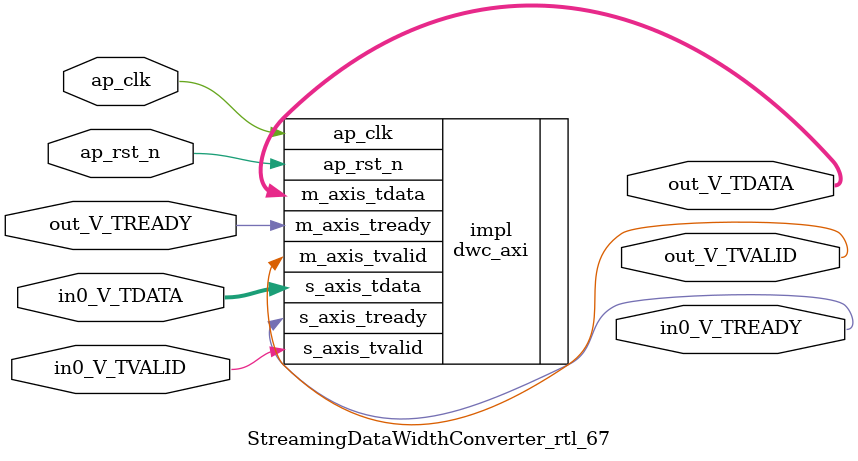
<source format=v>
/******************************************************************************
 * Copyright (C) 2023, Advanced Micro Devices, Inc.
 * All rights reserved.
 *
 * Redistribution and use in source and binary forms, with or without
 * modification, are permitted provided that the following conditions are met:
 *
 *  1. Redistributions of source code must retain the above copyright notice,
 *     this list of conditions and the following disclaimer.
 *
 *  2. Redistributions in binary form must reproduce the above copyright
 *     notice, this list of conditions and the following disclaimer in the
 *     documentation and/or other materials provided with the distribution.
 *
 *  3. Neither the name of the copyright holder nor the names of its
 *     contributors may be used to endorse or promote products derived from
 *     this software without specific prior written permission.
 *
 * THIS SOFTWARE IS PROVIDED BY THE COPYRIGHT HOLDERS AND CONTRIBUTORS "AS IS"
 * AND ANY EXPRESS OR IMPLIED WARRANTIES, INCLUDING, BUT NOT LIMITED TO,
 * THE IMPLIED WARRANTIES OF MERCHANTABILITY AND FITNESS FOR A PARTICULAR
 * PURPOSE ARE DISCLAIMED. IN NO EVENT SHALL THE COPYRIGHT HOLDER OR
 * CONTRIBUTORS BE LIABLE FOR ANY DIRECT, INDIRECT, INCIDENTAL, SPECIAL,
 * EXEMPLARY, OR CONSEQUENTIAL DAMAGES (INCLUDING, BUT NOT LIMITED TO,
 * PROCUREMENT OF SUBSTITUTE GOODS OR SERVICES; LOSS OF USE, DATA, OR PROFITS;
 * OR BUSINESS INTERRUPTION). HOWEVER CAUSED AND ON ANY THEORY OF LIABILITY,
 * WHETHER IN CONTRACT, STRICT LIABILITY, OR TORT (INCLUDING NEGLIGENCE OR
 * OTHERWISE) ARISING IN ANY WAY OUT OF THE USE OF THIS SOFTWARE, EVEN IF
 * ADVISED OF THE POSSIBILITY OF SUCH DAMAGE.
 *****************************************************************************/

module StreamingDataWidthConverter_rtl_67 #(
	parameter  IBITS = 5,
	parameter  OBITS = 320,

	parameter  AXI_IBITS = (IBITS+7)/8 * 8,
	parameter  AXI_OBITS = (OBITS+7)/8 * 8
)(
	//- Global Control ------------------
	(* X_INTERFACE_INFO = "xilinx.com:signal:clock:1.0 ap_clk CLK" *)
	(* X_INTERFACE_PARAMETER = "ASSOCIATED_BUSIF in0_V:out_V, ASSOCIATED_RESET ap_rst_n" *)
	input	ap_clk,
	(* X_INTERFACE_PARAMETER = "POLARITY ACTIVE_LOW" *)
	input	ap_rst_n,

	//- AXI Stream - Input --------------
	output	in0_V_TREADY,
	input	in0_V_TVALID,
	input	[AXI_IBITS-1:0]  in0_V_TDATA,

	//- AXI Stream - Output -------------
	input	out_V_TREADY,
	output	out_V_TVALID,
	output	[AXI_OBITS-1:0]  out_V_TDATA
);

	dwc_axi #(
		.IBITS(IBITS),
		.OBITS(OBITS)
	) impl (
		.ap_clk(ap_clk),
		.ap_rst_n(ap_rst_n),
		.s_axis_tready(in0_V_TREADY),
		.s_axis_tvalid(in0_V_TVALID),
		.s_axis_tdata(in0_V_TDATA),
		.m_axis_tready(out_V_TREADY),
		.m_axis_tvalid(out_V_TVALID),
		.m_axis_tdata(out_V_TDATA)
	);

endmodule

</source>
